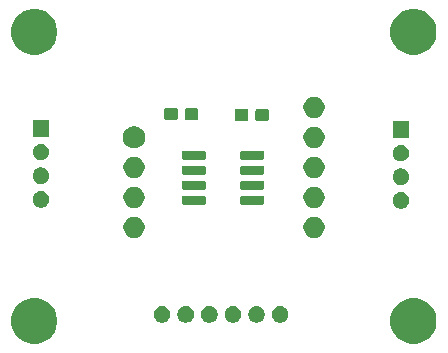
<source format=gbs>
G04 #@! TF.GenerationSoftware,KiCad,Pcbnew,(5.1.2)-1*
G04 #@! TF.CreationDate,2020-12-05T14:01:01+09:00*
G04 #@! TF.ProjectId,M5Atom_CAN,4d354174-6f6d-45f4-9341-4e2e6b696361,rev?*
G04 #@! TF.SameCoordinates,Original*
G04 #@! TF.FileFunction,Soldermask,Bot*
G04 #@! TF.FilePolarity,Negative*
%FSLAX46Y46*%
G04 Gerber Fmt 4.6, Leading zero omitted, Abs format (unit mm)*
G04 Created by KiCad (PCBNEW (5.1.2)-1) date 2020-12-05 14:01:01*
%MOMM*%
%LPD*%
G04 APERTURE LIST*
%ADD10C,0.100000*%
G04 APERTURE END LIST*
D10*
G36*
X166733085Y-134823974D02*
G01*
X167088143Y-134971044D01*
X167088145Y-134971045D01*
X167407690Y-135184558D01*
X167679441Y-135456309D01*
X167892954Y-135775854D01*
X167892955Y-135775856D01*
X168040025Y-136130914D01*
X168115000Y-136507841D01*
X168115000Y-136892157D01*
X168040025Y-137269084D01*
X167892955Y-137624142D01*
X167892954Y-137624144D01*
X167679441Y-137943689D01*
X167407690Y-138215440D01*
X167088145Y-138428953D01*
X167088144Y-138428954D01*
X167088143Y-138428954D01*
X166733085Y-138576024D01*
X166356158Y-138650999D01*
X165971842Y-138650999D01*
X165594915Y-138576024D01*
X165239857Y-138428954D01*
X165239856Y-138428954D01*
X165239855Y-138428953D01*
X164920310Y-138215440D01*
X164648559Y-137943689D01*
X164435046Y-137624144D01*
X164435045Y-137624142D01*
X164287975Y-137269084D01*
X164213000Y-136892157D01*
X164213000Y-136507841D01*
X164287975Y-136130914D01*
X164435045Y-135775856D01*
X164435046Y-135775854D01*
X164648559Y-135456309D01*
X164920310Y-135184558D01*
X165239855Y-134971045D01*
X165239857Y-134971044D01*
X165594915Y-134823974D01*
X165971842Y-134748999D01*
X166356158Y-134748999D01*
X166733085Y-134823974D01*
X166733085Y-134823974D01*
G37*
G36*
X134633085Y-134823974D02*
G01*
X134988143Y-134971044D01*
X134988145Y-134971045D01*
X135307690Y-135184558D01*
X135579441Y-135456309D01*
X135792954Y-135775854D01*
X135792955Y-135775856D01*
X135940025Y-136130914D01*
X136015000Y-136507841D01*
X136015000Y-136892157D01*
X135940025Y-137269084D01*
X135792955Y-137624142D01*
X135792954Y-137624144D01*
X135579441Y-137943689D01*
X135307690Y-138215440D01*
X134988145Y-138428953D01*
X134988144Y-138428954D01*
X134988143Y-138428954D01*
X134633085Y-138576024D01*
X134256158Y-138650999D01*
X133871842Y-138650999D01*
X133494915Y-138576024D01*
X133139857Y-138428954D01*
X133139856Y-138428954D01*
X133139855Y-138428953D01*
X132820310Y-138215440D01*
X132548559Y-137943689D01*
X132335046Y-137624144D01*
X132335045Y-137624142D01*
X132187975Y-137269084D01*
X132113000Y-136892157D01*
X132113000Y-136507841D01*
X132187975Y-136130914D01*
X132335045Y-135775856D01*
X132335046Y-135775854D01*
X132548559Y-135456309D01*
X132820310Y-135184558D01*
X133139855Y-134971045D01*
X133139857Y-134971044D01*
X133494915Y-134823974D01*
X133871842Y-134748999D01*
X134256158Y-134748999D01*
X134633085Y-134823974D01*
X134633085Y-134823974D01*
G37*
G36*
X155080473Y-135469938D02*
G01*
X155208049Y-135522782D01*
X155322859Y-135599495D01*
X155420505Y-135697141D01*
X155497218Y-135811951D01*
X155550062Y-135939527D01*
X155577000Y-136074956D01*
X155577000Y-136213044D01*
X155550062Y-136348473D01*
X155497218Y-136476049D01*
X155420505Y-136590859D01*
X155322859Y-136688505D01*
X155208049Y-136765218D01*
X155080473Y-136818062D01*
X154945044Y-136845000D01*
X154806956Y-136845000D01*
X154671527Y-136818062D01*
X154543951Y-136765218D01*
X154429141Y-136688505D01*
X154331495Y-136590859D01*
X154254782Y-136476049D01*
X154201938Y-136348473D01*
X154175000Y-136213044D01*
X154175000Y-136074956D01*
X154201938Y-135939527D01*
X154254782Y-135811951D01*
X154331495Y-135697141D01*
X154429141Y-135599495D01*
X154543951Y-135522782D01*
X154671527Y-135469938D01*
X154806956Y-135443000D01*
X154945044Y-135443000D01*
X155080473Y-135469938D01*
X155080473Y-135469938D01*
G37*
G36*
X153080473Y-135469938D02*
G01*
X153208049Y-135522782D01*
X153322859Y-135599495D01*
X153420505Y-135697141D01*
X153497218Y-135811951D01*
X153550062Y-135939527D01*
X153577000Y-136074956D01*
X153577000Y-136213044D01*
X153550062Y-136348473D01*
X153497218Y-136476049D01*
X153420505Y-136590859D01*
X153322859Y-136688505D01*
X153208049Y-136765218D01*
X153080473Y-136818062D01*
X152945044Y-136845000D01*
X152806956Y-136845000D01*
X152671527Y-136818062D01*
X152543951Y-136765218D01*
X152429141Y-136688505D01*
X152331495Y-136590859D01*
X152254782Y-136476049D01*
X152201938Y-136348473D01*
X152175000Y-136213044D01*
X152175000Y-136074956D01*
X152201938Y-135939527D01*
X152254782Y-135811951D01*
X152331495Y-135697141D01*
X152429141Y-135599495D01*
X152543951Y-135522782D01*
X152671527Y-135469938D01*
X152806956Y-135443000D01*
X152945044Y-135443000D01*
X153080473Y-135469938D01*
X153080473Y-135469938D01*
G37*
G36*
X145080473Y-135469938D02*
G01*
X145208049Y-135522782D01*
X145322859Y-135599495D01*
X145420505Y-135697141D01*
X145497218Y-135811951D01*
X145550062Y-135939527D01*
X145577000Y-136074956D01*
X145577000Y-136213044D01*
X145550062Y-136348473D01*
X145497218Y-136476049D01*
X145420505Y-136590859D01*
X145322859Y-136688505D01*
X145208049Y-136765218D01*
X145080473Y-136818062D01*
X144945044Y-136845000D01*
X144806956Y-136845000D01*
X144671527Y-136818062D01*
X144543951Y-136765218D01*
X144429141Y-136688505D01*
X144331495Y-136590859D01*
X144254782Y-136476049D01*
X144201938Y-136348473D01*
X144175000Y-136213044D01*
X144175000Y-136074956D01*
X144201938Y-135939527D01*
X144254782Y-135811951D01*
X144331495Y-135697141D01*
X144429141Y-135599495D01*
X144543951Y-135522782D01*
X144671527Y-135469938D01*
X144806956Y-135443000D01*
X144945044Y-135443000D01*
X145080473Y-135469938D01*
X145080473Y-135469938D01*
G37*
G36*
X147080473Y-135469938D02*
G01*
X147208049Y-135522782D01*
X147322859Y-135599495D01*
X147420505Y-135697141D01*
X147497218Y-135811951D01*
X147550062Y-135939527D01*
X147577000Y-136074956D01*
X147577000Y-136213044D01*
X147550062Y-136348473D01*
X147497218Y-136476049D01*
X147420505Y-136590859D01*
X147322859Y-136688505D01*
X147208049Y-136765218D01*
X147080473Y-136818062D01*
X146945044Y-136845000D01*
X146806956Y-136845000D01*
X146671527Y-136818062D01*
X146543951Y-136765218D01*
X146429141Y-136688505D01*
X146331495Y-136590859D01*
X146254782Y-136476049D01*
X146201938Y-136348473D01*
X146175000Y-136213044D01*
X146175000Y-136074956D01*
X146201938Y-135939527D01*
X146254782Y-135811951D01*
X146331495Y-135697141D01*
X146429141Y-135599495D01*
X146543951Y-135522782D01*
X146671527Y-135469938D01*
X146806956Y-135443000D01*
X146945044Y-135443000D01*
X147080473Y-135469938D01*
X147080473Y-135469938D01*
G37*
G36*
X151080473Y-135469938D02*
G01*
X151208049Y-135522782D01*
X151322859Y-135599495D01*
X151420505Y-135697141D01*
X151497218Y-135811951D01*
X151550062Y-135939527D01*
X151577000Y-136074956D01*
X151577000Y-136213044D01*
X151550062Y-136348473D01*
X151497218Y-136476049D01*
X151420505Y-136590859D01*
X151322859Y-136688505D01*
X151208049Y-136765218D01*
X151080473Y-136818062D01*
X150945044Y-136845000D01*
X150806956Y-136845000D01*
X150671527Y-136818062D01*
X150543951Y-136765218D01*
X150429141Y-136688505D01*
X150331495Y-136590859D01*
X150254782Y-136476049D01*
X150201938Y-136348473D01*
X150175000Y-136213044D01*
X150175000Y-136074956D01*
X150201938Y-135939527D01*
X150254782Y-135811951D01*
X150331495Y-135697141D01*
X150429141Y-135599495D01*
X150543951Y-135522782D01*
X150671527Y-135469938D01*
X150806956Y-135443000D01*
X150945044Y-135443000D01*
X151080473Y-135469938D01*
X151080473Y-135469938D01*
G37*
G36*
X149080473Y-135469938D02*
G01*
X149208049Y-135522782D01*
X149322859Y-135599495D01*
X149420505Y-135697141D01*
X149497218Y-135811951D01*
X149550062Y-135939527D01*
X149577000Y-136074956D01*
X149577000Y-136213044D01*
X149550062Y-136348473D01*
X149497218Y-136476049D01*
X149420505Y-136590859D01*
X149322859Y-136688505D01*
X149208049Y-136765218D01*
X149080473Y-136818062D01*
X148945044Y-136845000D01*
X148806956Y-136845000D01*
X148671527Y-136818062D01*
X148543951Y-136765218D01*
X148429141Y-136688505D01*
X148331495Y-136590859D01*
X148254782Y-136476049D01*
X148201938Y-136348473D01*
X148175000Y-136213044D01*
X148175000Y-136074956D01*
X148201938Y-135939527D01*
X148254782Y-135811951D01*
X148331495Y-135697141D01*
X148429141Y-135599495D01*
X148543951Y-135522782D01*
X148671527Y-135469938D01*
X148806956Y-135443000D01*
X148945044Y-135443000D01*
X149080473Y-135469938D01*
X149080473Y-135469938D01*
G37*
G36*
X142613512Y-127873927D02*
G01*
X142762812Y-127903624D01*
X142926784Y-127971544D01*
X143074354Y-128070147D01*
X143199853Y-128195646D01*
X143298456Y-128343216D01*
X143366376Y-128507188D01*
X143401000Y-128681259D01*
X143401000Y-128858741D01*
X143366376Y-129032812D01*
X143298456Y-129196784D01*
X143199853Y-129344354D01*
X143074354Y-129469853D01*
X142926784Y-129568456D01*
X142762812Y-129636376D01*
X142613512Y-129666073D01*
X142588742Y-129671000D01*
X142411258Y-129671000D01*
X142386488Y-129666073D01*
X142237188Y-129636376D01*
X142073216Y-129568456D01*
X141925646Y-129469853D01*
X141800147Y-129344354D01*
X141701544Y-129196784D01*
X141633624Y-129032812D01*
X141599000Y-128858741D01*
X141599000Y-128681259D01*
X141633624Y-128507188D01*
X141701544Y-128343216D01*
X141800147Y-128195646D01*
X141925646Y-128070147D01*
X142073216Y-127971544D01*
X142237188Y-127903624D01*
X142386488Y-127873927D01*
X142411258Y-127869000D01*
X142588742Y-127869000D01*
X142613512Y-127873927D01*
X142613512Y-127873927D01*
G37*
G36*
X157853512Y-127873927D02*
G01*
X158002812Y-127903624D01*
X158166784Y-127971544D01*
X158314354Y-128070147D01*
X158439853Y-128195646D01*
X158538456Y-128343216D01*
X158606376Y-128507188D01*
X158641000Y-128681259D01*
X158641000Y-128858741D01*
X158606376Y-129032812D01*
X158538456Y-129196784D01*
X158439853Y-129344354D01*
X158314354Y-129469853D01*
X158166784Y-129568456D01*
X158002812Y-129636376D01*
X157853512Y-129666073D01*
X157828742Y-129671000D01*
X157651258Y-129671000D01*
X157626488Y-129666073D01*
X157477188Y-129636376D01*
X157313216Y-129568456D01*
X157165646Y-129469853D01*
X157040147Y-129344354D01*
X156941544Y-129196784D01*
X156873624Y-129032812D01*
X156839000Y-128858741D01*
X156839000Y-128681259D01*
X156873624Y-128507188D01*
X156941544Y-128343216D01*
X157040147Y-128195646D01*
X157165646Y-128070147D01*
X157313216Y-127971544D01*
X157477188Y-127903624D01*
X157626488Y-127873927D01*
X157651258Y-127869000D01*
X157828742Y-127869000D01*
X157853512Y-127873927D01*
X157853512Y-127873927D01*
G37*
G36*
X165304473Y-125817938D02*
G01*
X165432049Y-125870782D01*
X165546859Y-125947495D01*
X165644505Y-126045141D01*
X165721218Y-126159951D01*
X165774062Y-126287527D01*
X165801000Y-126422956D01*
X165801000Y-126561044D01*
X165774062Y-126696473D01*
X165721218Y-126824049D01*
X165644505Y-126938859D01*
X165546859Y-127036505D01*
X165432049Y-127113218D01*
X165304473Y-127166062D01*
X165169044Y-127193000D01*
X165030956Y-127193000D01*
X164895527Y-127166062D01*
X164767951Y-127113218D01*
X164653141Y-127036505D01*
X164555495Y-126938859D01*
X164478782Y-126824049D01*
X164425938Y-126696473D01*
X164399000Y-126561044D01*
X164399000Y-126422956D01*
X164425938Y-126287527D01*
X164478782Y-126159951D01*
X164555495Y-126045141D01*
X164653141Y-125947495D01*
X164767951Y-125870782D01*
X164895527Y-125817938D01*
X165030956Y-125791000D01*
X165169044Y-125791000D01*
X165304473Y-125817938D01*
X165304473Y-125817938D01*
G37*
G36*
X157853512Y-125333927D02*
G01*
X158002812Y-125363624D01*
X158166784Y-125431544D01*
X158314354Y-125530147D01*
X158439853Y-125655646D01*
X158538456Y-125803216D01*
X158606376Y-125967188D01*
X158625623Y-126063952D01*
X158640949Y-126141000D01*
X158641000Y-126141259D01*
X158641000Y-126318741D01*
X158606376Y-126492812D01*
X158538456Y-126656784D01*
X158439853Y-126804354D01*
X158314354Y-126929853D01*
X158166784Y-127028456D01*
X158002812Y-127096376D01*
X157853512Y-127126073D01*
X157828742Y-127131000D01*
X157651258Y-127131000D01*
X157626488Y-127126073D01*
X157477188Y-127096376D01*
X157313216Y-127028456D01*
X157165646Y-126929853D01*
X157040147Y-126804354D01*
X156941544Y-126656784D01*
X156873624Y-126492812D01*
X156839000Y-126318741D01*
X156839000Y-126141259D01*
X156839052Y-126141000D01*
X156854377Y-126063952D01*
X156873624Y-125967188D01*
X156941544Y-125803216D01*
X157040147Y-125655646D01*
X157165646Y-125530147D01*
X157313216Y-125431544D01*
X157477188Y-125363624D01*
X157626488Y-125333927D01*
X157651258Y-125329000D01*
X157828742Y-125329000D01*
X157853512Y-125333927D01*
X157853512Y-125333927D01*
G37*
G36*
X142613512Y-125333927D02*
G01*
X142762812Y-125363624D01*
X142926784Y-125431544D01*
X143074354Y-125530147D01*
X143199853Y-125655646D01*
X143298456Y-125803216D01*
X143366376Y-125967188D01*
X143385623Y-126063952D01*
X143400949Y-126141000D01*
X143401000Y-126141259D01*
X143401000Y-126318741D01*
X143366376Y-126492812D01*
X143298456Y-126656784D01*
X143199853Y-126804354D01*
X143074354Y-126929853D01*
X142926784Y-127028456D01*
X142762812Y-127096376D01*
X142613512Y-127126073D01*
X142588742Y-127131000D01*
X142411258Y-127131000D01*
X142386488Y-127126073D01*
X142237188Y-127096376D01*
X142073216Y-127028456D01*
X141925646Y-126929853D01*
X141800147Y-126804354D01*
X141701544Y-126656784D01*
X141633624Y-126492812D01*
X141599000Y-126318741D01*
X141599000Y-126141259D01*
X141599052Y-126141000D01*
X141614377Y-126063952D01*
X141633624Y-125967188D01*
X141701544Y-125803216D01*
X141800147Y-125655646D01*
X141925646Y-125530147D01*
X142073216Y-125431544D01*
X142237188Y-125363624D01*
X142386488Y-125333927D01*
X142411258Y-125329000D01*
X142588742Y-125329000D01*
X142613512Y-125333927D01*
X142613512Y-125333927D01*
G37*
G36*
X134824473Y-125721938D02*
G01*
X134952049Y-125774782D01*
X135066859Y-125851495D01*
X135164505Y-125949141D01*
X135241218Y-126063951D01*
X135294062Y-126191527D01*
X135321000Y-126326956D01*
X135321000Y-126465044D01*
X135294062Y-126600473D01*
X135241218Y-126728049D01*
X135164505Y-126842859D01*
X135066859Y-126940505D01*
X134952049Y-127017218D01*
X134824473Y-127070062D01*
X134689044Y-127097000D01*
X134550956Y-127097000D01*
X134415527Y-127070062D01*
X134287951Y-127017218D01*
X134173141Y-126940505D01*
X134075495Y-126842859D01*
X133998782Y-126728049D01*
X133945938Y-126600473D01*
X133919000Y-126465044D01*
X133919000Y-126326956D01*
X133945938Y-126191527D01*
X133998782Y-126063951D01*
X134075495Y-125949141D01*
X134173141Y-125851495D01*
X134287951Y-125774782D01*
X134415527Y-125721938D01*
X134550956Y-125695000D01*
X134689044Y-125695000D01*
X134824473Y-125721938D01*
X134824473Y-125721938D01*
G37*
G36*
X148509928Y-126143764D02*
G01*
X148531009Y-126150160D01*
X148550445Y-126160548D01*
X148567476Y-126174524D01*
X148581452Y-126191555D01*
X148591840Y-126210991D01*
X148598236Y-126232072D01*
X148601000Y-126260140D01*
X148601000Y-126723860D01*
X148598236Y-126751928D01*
X148591840Y-126773009D01*
X148581452Y-126792445D01*
X148567476Y-126809476D01*
X148550445Y-126823452D01*
X148531009Y-126833840D01*
X148509928Y-126840236D01*
X148481860Y-126843000D01*
X146668140Y-126843000D01*
X146640072Y-126840236D01*
X146618991Y-126833840D01*
X146599555Y-126823452D01*
X146582524Y-126809476D01*
X146568548Y-126792445D01*
X146558160Y-126773009D01*
X146551764Y-126751928D01*
X146549000Y-126723860D01*
X146549000Y-126260140D01*
X146551764Y-126232072D01*
X146558160Y-126210991D01*
X146568548Y-126191555D01*
X146582524Y-126174524D01*
X146599555Y-126160548D01*
X146618991Y-126150160D01*
X146640072Y-126143764D01*
X146668140Y-126141000D01*
X148481860Y-126141000D01*
X148509928Y-126143764D01*
X148509928Y-126143764D01*
G37*
G36*
X153459928Y-126143764D02*
G01*
X153481009Y-126150160D01*
X153500445Y-126160548D01*
X153517476Y-126174524D01*
X153531452Y-126191555D01*
X153541840Y-126210991D01*
X153548236Y-126232072D01*
X153551000Y-126260140D01*
X153551000Y-126723860D01*
X153548236Y-126751928D01*
X153541840Y-126773009D01*
X153531452Y-126792445D01*
X153517476Y-126809476D01*
X153500445Y-126823452D01*
X153481009Y-126833840D01*
X153459928Y-126840236D01*
X153431860Y-126843000D01*
X151618140Y-126843000D01*
X151590072Y-126840236D01*
X151568991Y-126833840D01*
X151549555Y-126823452D01*
X151532524Y-126809476D01*
X151518548Y-126792445D01*
X151508160Y-126773009D01*
X151501764Y-126751928D01*
X151499000Y-126723860D01*
X151499000Y-126260140D01*
X151501764Y-126232072D01*
X151508160Y-126210991D01*
X151518548Y-126191555D01*
X151532524Y-126174524D01*
X151549555Y-126160548D01*
X151568991Y-126150160D01*
X151590072Y-126143764D01*
X151618140Y-126141000D01*
X153431860Y-126141000D01*
X153459928Y-126143764D01*
X153459928Y-126143764D01*
G37*
G36*
X153459928Y-124873764D02*
G01*
X153481009Y-124880160D01*
X153500445Y-124890548D01*
X153517476Y-124904524D01*
X153531452Y-124921555D01*
X153541840Y-124940991D01*
X153548236Y-124962072D01*
X153551000Y-124990140D01*
X153551000Y-125453860D01*
X153548236Y-125481928D01*
X153541840Y-125503009D01*
X153531452Y-125522445D01*
X153517476Y-125539476D01*
X153500445Y-125553452D01*
X153481009Y-125563840D01*
X153459928Y-125570236D01*
X153431860Y-125573000D01*
X151618140Y-125573000D01*
X151590072Y-125570236D01*
X151568991Y-125563840D01*
X151549555Y-125553452D01*
X151532524Y-125539476D01*
X151518548Y-125522445D01*
X151508160Y-125503009D01*
X151501764Y-125481928D01*
X151499000Y-125453860D01*
X151499000Y-124990140D01*
X151501764Y-124962072D01*
X151508160Y-124940991D01*
X151518548Y-124921555D01*
X151532524Y-124904524D01*
X151549555Y-124890548D01*
X151568991Y-124880160D01*
X151590072Y-124873764D01*
X151618140Y-124871000D01*
X153431860Y-124871000D01*
X153459928Y-124873764D01*
X153459928Y-124873764D01*
G37*
G36*
X148509928Y-124873764D02*
G01*
X148531009Y-124880160D01*
X148550445Y-124890548D01*
X148567476Y-124904524D01*
X148581452Y-124921555D01*
X148591840Y-124940991D01*
X148598236Y-124962072D01*
X148601000Y-124990140D01*
X148601000Y-125453860D01*
X148598236Y-125481928D01*
X148591840Y-125503009D01*
X148581452Y-125522445D01*
X148567476Y-125539476D01*
X148550445Y-125553452D01*
X148531009Y-125563840D01*
X148509928Y-125570236D01*
X148481860Y-125573000D01*
X146668140Y-125573000D01*
X146640072Y-125570236D01*
X146618991Y-125563840D01*
X146599555Y-125553452D01*
X146582524Y-125539476D01*
X146568548Y-125522445D01*
X146558160Y-125503009D01*
X146551764Y-125481928D01*
X146549000Y-125453860D01*
X146549000Y-124990140D01*
X146551764Y-124962072D01*
X146558160Y-124940991D01*
X146568548Y-124921555D01*
X146582524Y-124904524D01*
X146599555Y-124890548D01*
X146618991Y-124880160D01*
X146640072Y-124873764D01*
X146668140Y-124871000D01*
X148481860Y-124871000D01*
X148509928Y-124873764D01*
X148509928Y-124873764D01*
G37*
G36*
X165304473Y-123817938D02*
G01*
X165432049Y-123870782D01*
X165546859Y-123947495D01*
X165644505Y-124045141D01*
X165721218Y-124159951D01*
X165774062Y-124287527D01*
X165801000Y-124422956D01*
X165801000Y-124561044D01*
X165774062Y-124696473D01*
X165721218Y-124824049D01*
X165644505Y-124938859D01*
X165546859Y-125036505D01*
X165432049Y-125113218D01*
X165304473Y-125166062D01*
X165169044Y-125193000D01*
X165030956Y-125193000D01*
X164895527Y-125166062D01*
X164767951Y-125113218D01*
X164653141Y-125036505D01*
X164555495Y-124938859D01*
X164478782Y-124824049D01*
X164425938Y-124696473D01*
X164399000Y-124561044D01*
X164399000Y-124422956D01*
X164425938Y-124287527D01*
X164478782Y-124159951D01*
X164555495Y-124045141D01*
X164653141Y-123947495D01*
X164767951Y-123870782D01*
X164895527Y-123817938D01*
X165030956Y-123791000D01*
X165169044Y-123791000D01*
X165304473Y-123817938D01*
X165304473Y-123817938D01*
G37*
G36*
X134824473Y-123721938D02*
G01*
X134952049Y-123774782D01*
X135066859Y-123851495D01*
X135164505Y-123949141D01*
X135241218Y-124063951D01*
X135294062Y-124191527D01*
X135321000Y-124326956D01*
X135321000Y-124465044D01*
X135294062Y-124600473D01*
X135241218Y-124728049D01*
X135164505Y-124842859D01*
X135066859Y-124940505D01*
X134952049Y-125017218D01*
X134824473Y-125070062D01*
X134689044Y-125097000D01*
X134550956Y-125097000D01*
X134415527Y-125070062D01*
X134287951Y-125017218D01*
X134173141Y-124940505D01*
X134075495Y-124842859D01*
X133998782Y-124728049D01*
X133945938Y-124600473D01*
X133919000Y-124465044D01*
X133919000Y-124326956D01*
X133945938Y-124191527D01*
X133998782Y-124063951D01*
X134075495Y-123949141D01*
X134173141Y-123851495D01*
X134287951Y-123774782D01*
X134415527Y-123721938D01*
X134550956Y-123695000D01*
X134689044Y-123695000D01*
X134824473Y-123721938D01*
X134824473Y-123721938D01*
G37*
G36*
X157853512Y-122793927D02*
G01*
X158002812Y-122823624D01*
X158166784Y-122891544D01*
X158314354Y-122990147D01*
X158439853Y-123115646D01*
X158538456Y-123263216D01*
X158606376Y-123427188D01*
X158636073Y-123576488D01*
X158640949Y-123601000D01*
X158641000Y-123601259D01*
X158641000Y-123778741D01*
X158606376Y-123952812D01*
X158538456Y-124116784D01*
X158439853Y-124264354D01*
X158314354Y-124389853D01*
X158166784Y-124488456D01*
X158002812Y-124556376D01*
X157853512Y-124586073D01*
X157828742Y-124591000D01*
X157651258Y-124591000D01*
X157626488Y-124586073D01*
X157477188Y-124556376D01*
X157313216Y-124488456D01*
X157165646Y-124389853D01*
X157040147Y-124264354D01*
X156941544Y-124116784D01*
X156873624Y-123952812D01*
X156839000Y-123778741D01*
X156839000Y-123601259D01*
X156839052Y-123601000D01*
X156843927Y-123576488D01*
X156873624Y-123427188D01*
X156941544Y-123263216D01*
X157040147Y-123115646D01*
X157165646Y-122990147D01*
X157313216Y-122891544D01*
X157477188Y-122823624D01*
X157626488Y-122793927D01*
X157651258Y-122789000D01*
X157828742Y-122789000D01*
X157853512Y-122793927D01*
X157853512Y-122793927D01*
G37*
G36*
X142613512Y-122793927D02*
G01*
X142762812Y-122823624D01*
X142926784Y-122891544D01*
X143074354Y-122990147D01*
X143199853Y-123115646D01*
X143298456Y-123263216D01*
X143366376Y-123427188D01*
X143396073Y-123576488D01*
X143400949Y-123601000D01*
X143401000Y-123601259D01*
X143401000Y-123778741D01*
X143366376Y-123952812D01*
X143298456Y-124116784D01*
X143199853Y-124264354D01*
X143074354Y-124389853D01*
X142926784Y-124488456D01*
X142762812Y-124556376D01*
X142613512Y-124586073D01*
X142588742Y-124591000D01*
X142411258Y-124591000D01*
X142386488Y-124586073D01*
X142237188Y-124556376D01*
X142073216Y-124488456D01*
X141925646Y-124389853D01*
X141800147Y-124264354D01*
X141701544Y-124116784D01*
X141633624Y-123952812D01*
X141599000Y-123778741D01*
X141599000Y-123601259D01*
X141599052Y-123601000D01*
X141603927Y-123576488D01*
X141633624Y-123427188D01*
X141701544Y-123263216D01*
X141800147Y-123115646D01*
X141925646Y-122990147D01*
X142073216Y-122891544D01*
X142237188Y-122823624D01*
X142386488Y-122793927D01*
X142411258Y-122789000D01*
X142588742Y-122789000D01*
X142613512Y-122793927D01*
X142613512Y-122793927D01*
G37*
G36*
X153459928Y-123603764D02*
G01*
X153481009Y-123610160D01*
X153500445Y-123620548D01*
X153517476Y-123634524D01*
X153531452Y-123651555D01*
X153541840Y-123670991D01*
X153548236Y-123692072D01*
X153551000Y-123720140D01*
X153551000Y-124183860D01*
X153548236Y-124211928D01*
X153541840Y-124233009D01*
X153531452Y-124252445D01*
X153517476Y-124269476D01*
X153500445Y-124283452D01*
X153481009Y-124293840D01*
X153459928Y-124300236D01*
X153431860Y-124303000D01*
X151618140Y-124303000D01*
X151590072Y-124300236D01*
X151568991Y-124293840D01*
X151549555Y-124283452D01*
X151532524Y-124269476D01*
X151518548Y-124252445D01*
X151508160Y-124233009D01*
X151501764Y-124211928D01*
X151499000Y-124183860D01*
X151499000Y-123720140D01*
X151501764Y-123692072D01*
X151508160Y-123670991D01*
X151518548Y-123651555D01*
X151532524Y-123634524D01*
X151549555Y-123620548D01*
X151568991Y-123610160D01*
X151590072Y-123603764D01*
X151618140Y-123601000D01*
X153431860Y-123601000D01*
X153459928Y-123603764D01*
X153459928Y-123603764D01*
G37*
G36*
X148509928Y-123603764D02*
G01*
X148531009Y-123610160D01*
X148550445Y-123620548D01*
X148567476Y-123634524D01*
X148581452Y-123651555D01*
X148591840Y-123670991D01*
X148598236Y-123692072D01*
X148601000Y-123720140D01*
X148601000Y-124183860D01*
X148598236Y-124211928D01*
X148591840Y-124233009D01*
X148581452Y-124252445D01*
X148567476Y-124269476D01*
X148550445Y-124283452D01*
X148531009Y-124293840D01*
X148509928Y-124300236D01*
X148481860Y-124303000D01*
X146668140Y-124303000D01*
X146640072Y-124300236D01*
X146618991Y-124293840D01*
X146599555Y-124283452D01*
X146582524Y-124269476D01*
X146568548Y-124252445D01*
X146558160Y-124233009D01*
X146551764Y-124211928D01*
X146549000Y-124183860D01*
X146549000Y-123720140D01*
X146551764Y-123692072D01*
X146558160Y-123670991D01*
X146568548Y-123651555D01*
X146582524Y-123634524D01*
X146599555Y-123620548D01*
X146618991Y-123610160D01*
X146640072Y-123603764D01*
X146668140Y-123601000D01*
X148481860Y-123601000D01*
X148509928Y-123603764D01*
X148509928Y-123603764D01*
G37*
G36*
X165304473Y-121817938D02*
G01*
X165432049Y-121870782D01*
X165546859Y-121947495D01*
X165644505Y-122045141D01*
X165721218Y-122159951D01*
X165774062Y-122287527D01*
X165801000Y-122422956D01*
X165801000Y-122561044D01*
X165774062Y-122696473D01*
X165721218Y-122824049D01*
X165644505Y-122938859D01*
X165546859Y-123036505D01*
X165432049Y-123113218D01*
X165304473Y-123166062D01*
X165169044Y-123193000D01*
X165030956Y-123193000D01*
X164895527Y-123166062D01*
X164767951Y-123113218D01*
X164653141Y-123036505D01*
X164555495Y-122938859D01*
X164478782Y-122824049D01*
X164425938Y-122696473D01*
X164399000Y-122561044D01*
X164399000Y-122422956D01*
X164425938Y-122287527D01*
X164478782Y-122159951D01*
X164555495Y-122045141D01*
X164653141Y-121947495D01*
X164767951Y-121870782D01*
X164895527Y-121817938D01*
X165030956Y-121791000D01*
X165169044Y-121791000D01*
X165304473Y-121817938D01*
X165304473Y-121817938D01*
G37*
G36*
X134824473Y-121721938D02*
G01*
X134952049Y-121774782D01*
X135066859Y-121851495D01*
X135164505Y-121949141D01*
X135241218Y-122063951D01*
X135294062Y-122191527D01*
X135321000Y-122326956D01*
X135321000Y-122465044D01*
X135294062Y-122600473D01*
X135241218Y-122728049D01*
X135164505Y-122842859D01*
X135066859Y-122940505D01*
X134952049Y-123017218D01*
X134824473Y-123070062D01*
X134689044Y-123097000D01*
X134550956Y-123097000D01*
X134415527Y-123070062D01*
X134287951Y-123017218D01*
X134173141Y-122940505D01*
X134075495Y-122842859D01*
X133998782Y-122728049D01*
X133945938Y-122600473D01*
X133919000Y-122465044D01*
X133919000Y-122326956D01*
X133945938Y-122191527D01*
X133998782Y-122063951D01*
X134075495Y-121949141D01*
X134173141Y-121851495D01*
X134287951Y-121774782D01*
X134415527Y-121721938D01*
X134550956Y-121695000D01*
X134689044Y-121695000D01*
X134824473Y-121721938D01*
X134824473Y-121721938D01*
G37*
G36*
X148509928Y-122333764D02*
G01*
X148531009Y-122340160D01*
X148550445Y-122350548D01*
X148567476Y-122364524D01*
X148581452Y-122381555D01*
X148591840Y-122400991D01*
X148598236Y-122422072D01*
X148601000Y-122450140D01*
X148601000Y-122913860D01*
X148598236Y-122941928D01*
X148591840Y-122963009D01*
X148581452Y-122982445D01*
X148567476Y-122999476D01*
X148550445Y-123013452D01*
X148531009Y-123023840D01*
X148509928Y-123030236D01*
X148481860Y-123033000D01*
X146668140Y-123033000D01*
X146640072Y-123030236D01*
X146618991Y-123023840D01*
X146599555Y-123013452D01*
X146582524Y-122999476D01*
X146568548Y-122982445D01*
X146558160Y-122963009D01*
X146551764Y-122941928D01*
X146549000Y-122913860D01*
X146549000Y-122450140D01*
X146551764Y-122422072D01*
X146558160Y-122400991D01*
X146568548Y-122381555D01*
X146582524Y-122364524D01*
X146599555Y-122350548D01*
X146618991Y-122340160D01*
X146640072Y-122333764D01*
X146668140Y-122331000D01*
X148481860Y-122331000D01*
X148509928Y-122333764D01*
X148509928Y-122333764D01*
G37*
G36*
X153459928Y-122333764D02*
G01*
X153481009Y-122340160D01*
X153500445Y-122350548D01*
X153517476Y-122364524D01*
X153531452Y-122381555D01*
X153541840Y-122400991D01*
X153548236Y-122422072D01*
X153551000Y-122450140D01*
X153551000Y-122913860D01*
X153548236Y-122941928D01*
X153541840Y-122963009D01*
X153531452Y-122982445D01*
X153517476Y-122999476D01*
X153500445Y-123013452D01*
X153481009Y-123023840D01*
X153459928Y-123030236D01*
X153431860Y-123033000D01*
X151618140Y-123033000D01*
X151590072Y-123030236D01*
X151568991Y-123023840D01*
X151549555Y-123013452D01*
X151532524Y-122999476D01*
X151518548Y-122982445D01*
X151508160Y-122963009D01*
X151501764Y-122941928D01*
X151499000Y-122913860D01*
X151499000Y-122450140D01*
X151501764Y-122422072D01*
X151508160Y-122400991D01*
X151518548Y-122381555D01*
X151532524Y-122364524D01*
X151549555Y-122350548D01*
X151568991Y-122340160D01*
X151590072Y-122333764D01*
X151618140Y-122331000D01*
X153431860Y-122331000D01*
X153459928Y-122333764D01*
X153459928Y-122333764D01*
G37*
G36*
X142773925Y-120246988D02*
G01*
X142944829Y-120317779D01*
X142944831Y-120317780D01*
X142995362Y-120351544D01*
X143098641Y-120420553D01*
X143229447Y-120551359D01*
X143332221Y-120705171D01*
X143403012Y-120876075D01*
X143439100Y-121057505D01*
X143439100Y-121242495D01*
X143403012Y-121423925D01*
X143332221Y-121594829D01*
X143332220Y-121594831D01*
X143229447Y-121748641D01*
X143098641Y-121879447D01*
X142944831Y-121982220D01*
X142944830Y-121982221D01*
X142944829Y-121982221D01*
X142773925Y-122053012D01*
X142592495Y-122089100D01*
X142407505Y-122089100D01*
X142226075Y-122053012D01*
X142055171Y-121982221D01*
X142055170Y-121982221D01*
X142055169Y-121982220D01*
X141901359Y-121879447D01*
X141770553Y-121748641D01*
X141667780Y-121594831D01*
X141667779Y-121594829D01*
X141596988Y-121423925D01*
X141560900Y-121242495D01*
X141560900Y-121057505D01*
X141596988Y-120876075D01*
X141667779Y-120705171D01*
X141770553Y-120551359D01*
X141901359Y-120420553D01*
X142004638Y-120351544D01*
X142055169Y-120317780D01*
X142055171Y-120317779D01*
X142226075Y-120246988D01*
X142407505Y-120210900D01*
X142592495Y-120210900D01*
X142773925Y-120246988D01*
X142773925Y-120246988D01*
G37*
G36*
X157853512Y-120253927D02*
G01*
X158002812Y-120283624D01*
X158166784Y-120351544D01*
X158314354Y-120450147D01*
X158439853Y-120575646D01*
X158538456Y-120723216D01*
X158606376Y-120887188D01*
X158641000Y-121061259D01*
X158641000Y-121238741D01*
X158606376Y-121412812D01*
X158538456Y-121576784D01*
X158439853Y-121724354D01*
X158314354Y-121849853D01*
X158166784Y-121948456D01*
X158002812Y-122016376D01*
X157858212Y-122045138D01*
X157828742Y-122051000D01*
X157651258Y-122051000D01*
X157621788Y-122045138D01*
X157477188Y-122016376D01*
X157313216Y-121948456D01*
X157165646Y-121849853D01*
X157040147Y-121724354D01*
X156941544Y-121576784D01*
X156873624Y-121412812D01*
X156839000Y-121238741D01*
X156839000Y-121061259D01*
X156873624Y-120887188D01*
X156941544Y-120723216D01*
X157040147Y-120575646D01*
X157165646Y-120450147D01*
X157313216Y-120351544D01*
X157477188Y-120283624D01*
X157626488Y-120253927D01*
X157651258Y-120249000D01*
X157828742Y-120249000D01*
X157853512Y-120253927D01*
X157853512Y-120253927D01*
G37*
G36*
X165801000Y-121193000D02*
G01*
X164399000Y-121193000D01*
X164399000Y-119791000D01*
X165801000Y-119791000D01*
X165801000Y-121193000D01*
X165801000Y-121193000D01*
G37*
G36*
X135321000Y-121097000D02*
G01*
X133919000Y-121097000D01*
X133919000Y-119695000D01*
X135321000Y-119695000D01*
X135321000Y-121097000D01*
X135321000Y-121097000D01*
G37*
G36*
X153767499Y-118731445D02*
G01*
X153804995Y-118742820D01*
X153839554Y-118761292D01*
X153869847Y-118786153D01*
X153894708Y-118816446D01*
X153913180Y-118851005D01*
X153924555Y-118888501D01*
X153929000Y-118933638D01*
X153929000Y-119572362D01*
X153924555Y-119617499D01*
X153913180Y-119654995D01*
X153894708Y-119689554D01*
X153869847Y-119719847D01*
X153839554Y-119744708D01*
X153804995Y-119763180D01*
X153767499Y-119774555D01*
X153722362Y-119779000D01*
X152983638Y-119779000D01*
X152938501Y-119774555D01*
X152901005Y-119763180D01*
X152866446Y-119744708D01*
X152836153Y-119719847D01*
X152811292Y-119689554D01*
X152792820Y-119654995D01*
X152781445Y-119617499D01*
X152777000Y-119572362D01*
X152777000Y-118933638D01*
X152781445Y-118888501D01*
X152792820Y-118851005D01*
X152811292Y-118816446D01*
X152836153Y-118786153D01*
X152866446Y-118761292D01*
X152901005Y-118742820D01*
X152938501Y-118731445D01*
X152983638Y-118727000D01*
X153722362Y-118727000D01*
X153767499Y-118731445D01*
X153767499Y-118731445D01*
G37*
G36*
X152017499Y-118731445D02*
G01*
X152054995Y-118742820D01*
X152089554Y-118761292D01*
X152119847Y-118786153D01*
X152144708Y-118816446D01*
X152163180Y-118851005D01*
X152174555Y-118888501D01*
X152179000Y-118933638D01*
X152179000Y-119572362D01*
X152174555Y-119617499D01*
X152163180Y-119654995D01*
X152144708Y-119689554D01*
X152119847Y-119719847D01*
X152089554Y-119744708D01*
X152054995Y-119763180D01*
X152017499Y-119774555D01*
X151972362Y-119779000D01*
X151233638Y-119779000D01*
X151188501Y-119774555D01*
X151151005Y-119763180D01*
X151116446Y-119744708D01*
X151086153Y-119719847D01*
X151061292Y-119689554D01*
X151042820Y-119654995D01*
X151031445Y-119617499D01*
X151027000Y-119572362D01*
X151027000Y-118933638D01*
X151031445Y-118888501D01*
X151042820Y-118851005D01*
X151061292Y-118816446D01*
X151086153Y-118786153D01*
X151116446Y-118761292D01*
X151151005Y-118742820D01*
X151188501Y-118731445D01*
X151233638Y-118727000D01*
X151972362Y-118727000D01*
X152017499Y-118731445D01*
X152017499Y-118731445D01*
G37*
G36*
X147797499Y-118668445D02*
G01*
X147834995Y-118679820D01*
X147869554Y-118698292D01*
X147899847Y-118723153D01*
X147924708Y-118753446D01*
X147943180Y-118788005D01*
X147954555Y-118825501D01*
X147959000Y-118870638D01*
X147959000Y-119509362D01*
X147954555Y-119554499D01*
X147943180Y-119591995D01*
X147924708Y-119626554D01*
X147899847Y-119656847D01*
X147869554Y-119681708D01*
X147834995Y-119700180D01*
X147797499Y-119711555D01*
X147752362Y-119716000D01*
X147013638Y-119716000D01*
X146968501Y-119711555D01*
X146931005Y-119700180D01*
X146896446Y-119681708D01*
X146866153Y-119656847D01*
X146841292Y-119626554D01*
X146822820Y-119591995D01*
X146811445Y-119554499D01*
X146807000Y-119509362D01*
X146807000Y-118870638D01*
X146811445Y-118825501D01*
X146822820Y-118788005D01*
X146841292Y-118753446D01*
X146866153Y-118723153D01*
X146896446Y-118698292D01*
X146931005Y-118679820D01*
X146968501Y-118668445D01*
X147013638Y-118664000D01*
X147752362Y-118664000D01*
X147797499Y-118668445D01*
X147797499Y-118668445D01*
G37*
G36*
X146047499Y-118668445D02*
G01*
X146084995Y-118679820D01*
X146119554Y-118698292D01*
X146149847Y-118723153D01*
X146174708Y-118753446D01*
X146193180Y-118788005D01*
X146204555Y-118825501D01*
X146209000Y-118870638D01*
X146209000Y-119509362D01*
X146204555Y-119554499D01*
X146193180Y-119591995D01*
X146174708Y-119626554D01*
X146149847Y-119656847D01*
X146119554Y-119681708D01*
X146084995Y-119700180D01*
X146047499Y-119711555D01*
X146002362Y-119716000D01*
X145263638Y-119716000D01*
X145218501Y-119711555D01*
X145181005Y-119700180D01*
X145146446Y-119681708D01*
X145116153Y-119656847D01*
X145091292Y-119626554D01*
X145072820Y-119591995D01*
X145061445Y-119554499D01*
X145057000Y-119509362D01*
X145057000Y-118870638D01*
X145061445Y-118825501D01*
X145072820Y-118788005D01*
X145091292Y-118753446D01*
X145116153Y-118723153D01*
X145146446Y-118698292D01*
X145181005Y-118679820D01*
X145218501Y-118668445D01*
X145263638Y-118664000D01*
X146002362Y-118664000D01*
X146047499Y-118668445D01*
X146047499Y-118668445D01*
G37*
G36*
X157853512Y-117713927D02*
G01*
X158002812Y-117743624D01*
X158166784Y-117811544D01*
X158314354Y-117910147D01*
X158439853Y-118035646D01*
X158538456Y-118183216D01*
X158606376Y-118347188D01*
X158641000Y-118521259D01*
X158641000Y-118698741D01*
X158606376Y-118872812D01*
X158538456Y-119036784D01*
X158439853Y-119184354D01*
X158314354Y-119309853D01*
X158166784Y-119408456D01*
X158002812Y-119476376D01*
X157853512Y-119506073D01*
X157828742Y-119511000D01*
X157651258Y-119511000D01*
X157626488Y-119506073D01*
X157477188Y-119476376D01*
X157313216Y-119408456D01*
X157165646Y-119309853D01*
X157040147Y-119184354D01*
X156941544Y-119036784D01*
X156873624Y-118872812D01*
X156839000Y-118698741D01*
X156839000Y-118521259D01*
X156873624Y-118347188D01*
X156941544Y-118183216D01*
X157040147Y-118035646D01*
X157165646Y-117910147D01*
X157313216Y-117811544D01*
X157477188Y-117743624D01*
X157626488Y-117713927D01*
X157651258Y-117709000D01*
X157828742Y-117709000D01*
X157853512Y-117713927D01*
X157853512Y-117713927D01*
G37*
G36*
X166733085Y-110343976D02*
G01*
X167088143Y-110491046D01*
X167088145Y-110491047D01*
X167407690Y-110704560D01*
X167679441Y-110976311D01*
X167892954Y-111295856D01*
X167892955Y-111295858D01*
X168040025Y-111650916D01*
X168115000Y-112027843D01*
X168115000Y-112412159D01*
X168040025Y-112789086D01*
X167892955Y-113144144D01*
X167892954Y-113144146D01*
X167679441Y-113463691D01*
X167407690Y-113735442D01*
X167088145Y-113948955D01*
X167088144Y-113948956D01*
X167088143Y-113948956D01*
X166733085Y-114096026D01*
X166356158Y-114171001D01*
X165971842Y-114171001D01*
X165594915Y-114096026D01*
X165239857Y-113948956D01*
X165239856Y-113948956D01*
X165239855Y-113948955D01*
X164920310Y-113735442D01*
X164648559Y-113463691D01*
X164435046Y-113144146D01*
X164435045Y-113144144D01*
X164287975Y-112789086D01*
X164213000Y-112412159D01*
X164213000Y-112027843D01*
X164287975Y-111650916D01*
X164435045Y-111295858D01*
X164435046Y-111295856D01*
X164648559Y-110976311D01*
X164920310Y-110704560D01*
X165239855Y-110491047D01*
X165239857Y-110491046D01*
X165594915Y-110343976D01*
X165971842Y-110269001D01*
X166356158Y-110269001D01*
X166733085Y-110343976D01*
X166733085Y-110343976D01*
G37*
G36*
X134633085Y-110343976D02*
G01*
X134988143Y-110491046D01*
X134988145Y-110491047D01*
X135307690Y-110704560D01*
X135579441Y-110976311D01*
X135792954Y-111295856D01*
X135792955Y-111295858D01*
X135940025Y-111650916D01*
X136015000Y-112027843D01*
X136015000Y-112412159D01*
X135940025Y-112789086D01*
X135792955Y-113144144D01*
X135792954Y-113144146D01*
X135579441Y-113463691D01*
X135307690Y-113735442D01*
X134988145Y-113948955D01*
X134988144Y-113948956D01*
X134988143Y-113948956D01*
X134633085Y-114096026D01*
X134256158Y-114171001D01*
X133871842Y-114171001D01*
X133494915Y-114096026D01*
X133139857Y-113948956D01*
X133139856Y-113948956D01*
X133139855Y-113948955D01*
X132820310Y-113735442D01*
X132548559Y-113463691D01*
X132335046Y-113144146D01*
X132335045Y-113144144D01*
X132187975Y-112789086D01*
X132113000Y-112412159D01*
X132113000Y-112027843D01*
X132187975Y-111650916D01*
X132335045Y-111295858D01*
X132335046Y-111295856D01*
X132548559Y-110976311D01*
X132820310Y-110704560D01*
X133139855Y-110491047D01*
X133139857Y-110491046D01*
X133494915Y-110343976D01*
X133871842Y-110269001D01*
X134256158Y-110269001D01*
X134633085Y-110343976D01*
X134633085Y-110343976D01*
G37*
M02*

</source>
